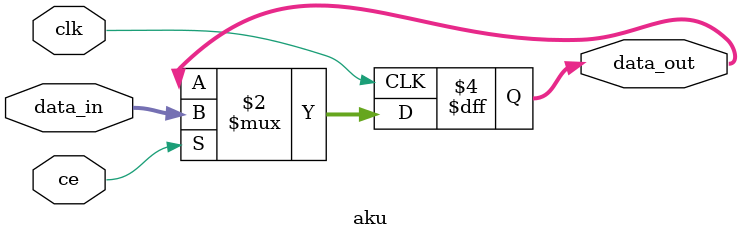
<source format=sv>
module aku(
    input ce,
    input clk,
    input [15:0] data_in,
    output logic [15:0] data_out
);

always_ff @(posedge clk)
begin
    if(ce)
    begin
        data_out <= data_in;
    end
    
end

endmodule
</source>
